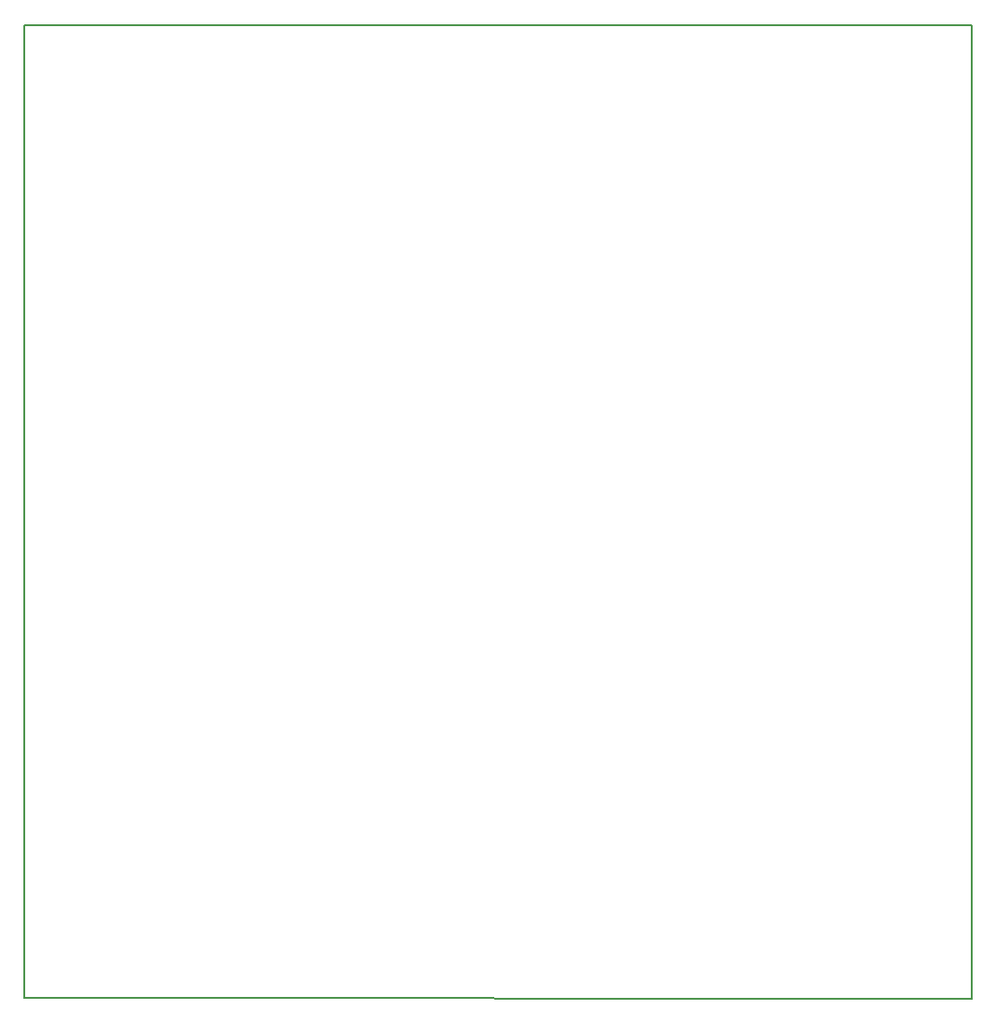
<source format=gm1>
G04 #@! TF.GenerationSoftware,KiCad,Pcbnew,6.0.11-3.fc36*
G04 #@! TF.CreationDate,2023-03-05T15:34:22+00:00*
G04 #@! TF.ProjectId,68hc11,36386863-3131-42e6-9b69-6361645f7063,rev?*
G04 #@! TF.SameCoordinates,Original*
G04 #@! TF.FileFunction,Profile,NP*
%FSLAX46Y46*%
G04 Gerber Fmt 4.6, Leading zero omitted, Abs format (unit mm)*
G04 Created by KiCad (PCBNEW 6.0.11-3.fc36) date 2023-03-05 15:34:22*
%MOMM*%
%LPD*%
G01*
G04 APERTURE LIST*
G04 #@! TA.AperFunction,Profile*
%ADD10C,0.150000*%
G04 #@! TD*
G04 APERTURE END LIST*
D10*
X129950000Y-123600000D02*
X129946400Y-35295840D01*
X129946400Y-35295840D02*
X43942000Y-35306000D01*
X43942000Y-123550000D02*
X129950000Y-123600000D01*
X43942000Y-35306000D02*
X43942000Y-123550000D01*
M02*

</source>
